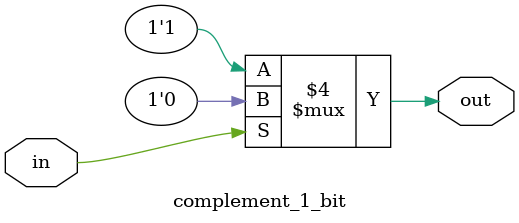
<source format=v>
`timescale 1ns / 1ps
module complement_1_bit(in,out);
input in;
output out;
reg out;
always @(in)begin
if(in == 1'b1)
begin
    out = 1'b0;
end
else 
begin
    out = 1'b1;
end
end
endmodule
</source>
